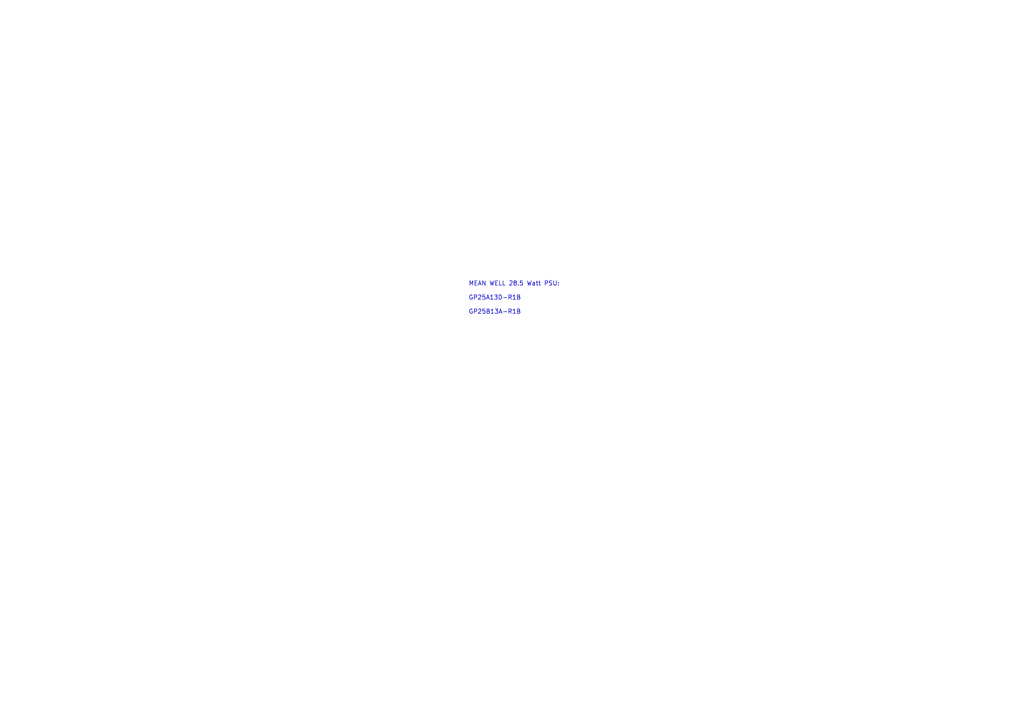
<source format=kicad_sch>
(kicad_sch (version 20211123) (generator eeschema)
  (paper "A4")
  (lib_symbols)
  (text "MEAN WELL 28.5 Watt PSU:\n\nGP25A13D-R1B\n\nGP25B13A-R1B\n\n" (at 135.89 93.345 0) (effects (font (size 1.27 1.27)) (justify left bottom)))
)
</source>
